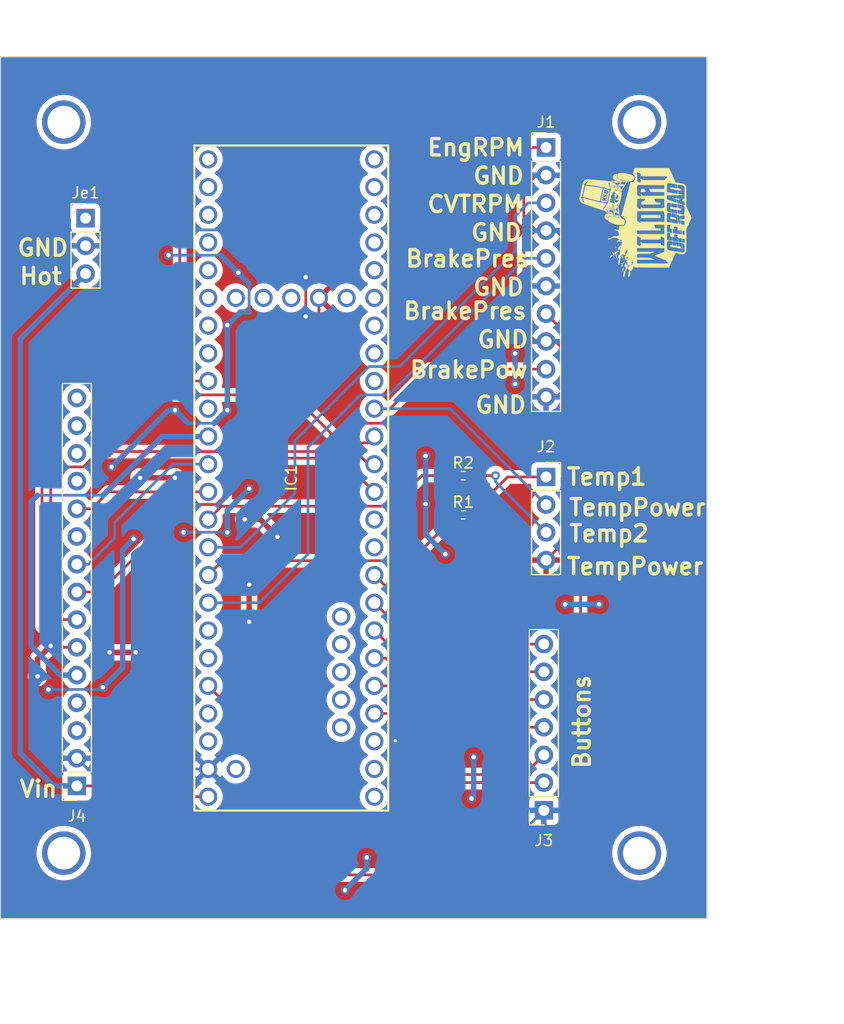
<source format=kicad_pcb>
(kicad_pcb (version 20221018) (generator pcbnew)
  (layers (0 "F.Cu" signal "Top signal") (31 "B.Cu" signal "Bottom signal") (34 "B.Paste" user) (35 "F.Paste" user) (36 "B.SilkS" user "B.Silkscreen") (37 "F.SilkS" user "F.Silkscreen") (38 "B.Mask" user) (39 "F.Mask" user) (44 "Edge.Cuts" user))
  (net 0 "")
  (net 2 "Button 1")
  (net 3 "Button 2")
  (net 4 "Button 3")
  (net 5 "Button 4")
  (net 6 "Button 5")
  (net 7 "Button 6")
  (net 10 "Thermistor 2")
  (net 11 "White (CVT RPM)")
  (net 12 "Thermistor 1")
  (net 13 "LT Blue (signal brake pressure)")
  (net 16 "Brown (signal Brake pressure)")
  (net 35 "Yellow (Engine RPM)")
  (net 36 "Red (Power brake sensor)")
  (net 38 "Thermistor 2 3.3v")
  (net 46 "Power In")
  (net 51 "GND")
  (net 52 "Net-(J2-Pin_1)")
  (net 53 "Net-(J2-Pin_3)")
  (net 61 "CS")
  (net 62 "MOSI")
  (net 63 "MISO")
  (net 64 "SCK")
  (net 65 "D14")
  (net 66 "D15")
  (footprint "LOGO" (layer "F.Cu") (at 149.2 73.4 90)
    (fp_text reference "" (at 0 0 90) (layer "F.SilkS") (effects (font (size 1.5 1.5) (thickness 0.3))))
    (fp_text value "LOGO" hide)
  )
  (footprint "Connector_PinSocket_2.54mm:PinSocket_1x07_P2.54mm_Vertical" (layer "F.Cu") (at 140.83875 127.28 180)
    (fp_text reference "J3" (at 0 -2.77 180) (layer "F.SilkS"))
    (fp_text value "Buttons screw terminal")
    (pad "1" thru_hole rect (at 0 0 180) (size 1.7 1.7) (drill 1) (layers "*.Cu" "*.Mask") (net 51 "GND"))
    (pad "2" thru_hole oval (at 0 2.54 180) (size 1.7 1.7) (drill 1) (layers "*.Cu" "*.Mask") (net 2 "Button 1"))
    (pad "3" thru_hole oval (at 0 5.08 180) (size 1.7 1.7) (drill 1) (layers "*.Cu" "*.Mask") (net 3 "Button 2"))
    (pad "4" thru_hole oval (at 0 7.62 180) (size 1.7 1.7) (drill 1) (layers "*.Cu" "*.Mask") (net 4 "Button 3"))
    (pad "5" thru_hole oval (at 0 10.16 180) (size 1.7 1.7) (drill 1) (layers "*.Cu" "*.Mask") (net 5 "Button 4"))
    (pad "6" thru_hole oval (at 0 12.7 180) (size 1.7 1.7) (drill 1) (layers "*.Cu" "*.Mask") (net 6 "Button 5"))
    (pad "7" thru_hole oval (at 0 15.24 180) (size 1.7 1.7) (drill 1) (layers "*.Cu" "*.Mask") (net 7 "Button 6"))
  )
  (footprint "Connector_PinSocket_2.54mm:PinSocket_1x15_P2.54mm_Vertical" (layer "F.Cu") (at 98 125.04 180)
    (fp_text reference "J4" (at 0 -2.77) (layer "F.SilkS"))
    (fp_text value "Conn_01x15")
    (pad "1" thru_hole rect (at 0 0 180) (size 1.7 1.7) (drill 1) (layers "*.Cu" "*.Mask") (net 46 "Power In"))
    (pad "2" thru_hole oval (at 0 2.54 180) (size 1.7 1.7) (drill 1) (layers "*.Cu" "*.Mask") (net 51 "GND"))
    (pad "3" thru_hole oval (at 0 5.08 180) (size 1.7 1.7) (drill 1) (layers "*.Cu" "*.Mask"))
    (pad "4" thru_hole oval (at 0 7.62 180) (size 1.7 1.7) (drill 1) (layers "*.Cu" "*.Mask"))
    (pad "5" thru_hole oval (at 0 10.16 180) (size 1.7 1.7) (drill 1) (layers "*.Cu" "*.Mask") (net 64 "SCK"))
    (pad "6" thru_hole oval (at 0 12.7 180) (size 1.7 1.7) (drill 1) (layers "*.Cu" "*.Mask") (net 63 "MISO"))
    (pad "7" thru_hole oval (at 0 15.24 180) (size 1.7 1.7) (drill 1) (layers "*.Cu" "*.Mask") (net 62 "MOSI"))
    (pad "8" thru_hole oval (at 0 17.78 180) (size 1.7 1.7) (drill 1) (layers "*.Cu" "*.Mask") (net 61 "CS"))
    (pad "9" thru_hole oval (at 0 20.32 180) (size 1.7 1.7) (drill 1) (layers "*.Cu" "*.Mask") (net 65 "D14"))
    (pad "10" thru_hole oval (at 0 22.86 180) (size 1.7 1.7) (drill 1) (layers "*.Cu" "*.Mask"))
    (pad "11" thru_hole oval (at 0 25.4 180) (size 1.7 1.7) (drill 1) (layers "*.Cu" "*.Mask") (net 66 "D15"))
    (pad "12" thru_hole oval (at 0 27.94 180) (size 1.7 1.7) (drill 1) (layers "*.Cu" "*.Mask"))
    (pad "13" thru_hole oval (at 0 30.48 180) (size 1.7 1.7) (drill 1) (layers "*.Cu" "*.Mask"))
    (pad "14" thru_hole oval (at 0 33.02 180) (size 1.7 1.7) (drill 1) (layers "*.Cu" "*.Mask"))
    (pad "15" thru_hole oval (at 0 35.56 180) (size 1.7 1.7) (drill 1) (layers "*.Cu" "*.Mask"))
  )
  (footprint "PARTS FOR DAQ:R_0402_1005Metric_Pad0.72x0.64mm_HandSolder" (layer "F.Cu") (at 133.43875 100.2)
    (fp_text reference "R1" (at 0 -1.17) (layer "F.SilkS"))
    (fp_text value "2.74k")
    (pad "1" smd roundrect (at -0.5975 0) (size 0.715 0.64) (layers "F.Cu" "F.Paste" "F.Mask") (net 12 "Thermistor 1"))
    (pad "2" smd roundrect (at 0.5975 0) (size 0.715 0.64) (layers "F.Cu" "F.Paste" "F.Mask") (net 52 "Net-(J2-Pin_1)"))
  )
  (footprint "Connector_PinHeader_2.54mm:PinHeader_1x10_P2.54mm_Vertical" (layer "F.Cu") (at 141.03875 66.52)
    (fp_text reference "J1" (at 0 -2.33) (layer "F.SilkS"))
    (fp_text value "Screw_Terminal_01x10")
    (pad "1" thru_hole rect (at 0 0) (size 1.7 1.7) (drill 1) (layers "*.Cu" "*.Mask") (net 35 "Yellow (Engine RPM)"))
    (pad "2" thru_hole oval (at 0 2.54) (size 1.7 1.7) (drill 1) (layers "*.Cu" "*.Mask") (net 51 "GND"))
    (pad "3" thru_hole oval (at 0 5.08) (size 1.7 1.7) (drill 1) (layers "*.Cu" "*.Mask") (net 11 "White (CVT RPM)"))
    (pad "4" thru_hole oval (at 0 7.62) (size 1.7 1.7) (drill 1) (layers "*.Cu" "*.Mask") (net 51 "GND"))
    (pad "5" thru_hole oval (at 0 10.16) (size 1.7 1.7) (drill 1) (layers "*.Cu" "*.Mask") (net 13 "LT Blue (signal brake pressure)"))
    (pad "6" thru_hole oval (at 0 12.7) (size 1.7 1.7) (drill 1) (layers "*.Cu" "*.Mask") (net 51 "GND"))
    (pad "7" thru_hole oval (at 0 15.24) (size 1.7 1.7) (drill 1) (layers "*.Cu" "*.Mask") (net 16 "Brown (signal Brake pressure)"))
    (pad "8" thru_hole oval (at 0 17.78) (size 1.7 1.7) (drill 1) (layers "*.Cu" "*.Mask") (net 51 "GND"))
    (pad "9" thru_hole oval (at 0 20.32) (size 1.7 1.7) (drill 1) (layers "*.Cu" "*.Mask") (net 36 "Red (Power brake sensor)"))
    (pad "10" thru_hole oval (at 0 22.86) (size 1.7 1.7) (drill 1) (layers "*.Cu" "*.Mask") (net 51 "GND"))
  )
  (footprint "Connector_PinSocket_2.54mm:PinSocket_1x04_P2.54mm_Vertical" (layer "F.Cu") (at 141.03875 96.72)
    (fp_text reference "J2" (at 0 -2.77) (layer "F.SilkS"))
    (fp_text value "Thermistor screw terminal")
    (pad "1" thru_hole rect (at 0 0) (size 1.7 1.7) (drill 1) (layers "*.Cu" "*.Mask") (net 52 "Net-(J2-Pin_1)"))
    (pad "2" thru_hole oval (at 0 2.54) (size 1.7 1.7) (drill 1) (layers "*.Cu" "*.Mask") (net 36 "Red (Power brake sensor)"))
    (pad "3" thru_hole oval (at 0 5.08) (size 1.7 1.7) (drill 1) (layers "*.Cu" "*.Mask") (net 53 "Net-(J2-Pin_3)"))
    (pad "4" thru_hole oval (at 0 7.62) (size 1.7 1.7) (drill 1) (layers "*.Cu" "*.Mask") (net 38 "Thermistor 2 3.3v"))
  )
  (footprint "PARTS FOR DAQ:R_0402_1005Metric_Pad0.72x0.64mm_HandSolder" (layer "F.Cu") (at 133.43875 96.6)
    (fp_text reference "R2" (at 0 -1.17) (layer "F.SilkS"))
    (fp_text value "2.74k")
    (pad "1" smd roundrect (at -0.5975 0) (size 0.715 0.64) (layers "F.Cu" "F.Paste" "F.Mask") (net 10 "Thermistor 2"))
    (pad "2" smd roundrect (at 0.5975 0) (size 0.715 0.64) (layers "F.Cu" "F.Paste" "F.Mask") (net 53 "Net-(J2-Pin_3)"))
  )
  (footprint "Connector_PinHeader_2.54mm:PinHeader_1x03_P2.54mm_Vertical" (layer "F.Cu") (at 98.8 73)
    (fp_text reference "Je1" (at 0 -2.33) (layer "F.SilkS"))
    (fp_text value "Conn_01x03_Pin")
    (pad "1" thru_hole rect (at 0 0) (size 1.7 1.7) (drill 1) (layers "*.Cu" "*.Mask"))
    (pad "2" thru_hole oval (at 0 2.54) (size 1.7 1.7) (drill 1) (layers "*.Cu" "*.Mask") (net 51 "GND"))
    (pad "3" thru_hole oval (at 0 5.08) (size 1.7 1.7) (drill 1) (layers "*.Cu" "*.Mask") (net 46 "Power In"))
  )
  (footprint "PARTS FOR DAQ:TEENSY41" (layer "F.Cu") (at 125.28875 120.95 90)
    (fp_text reference "IC1" (at 24.13 -7.62 90) (layer "F.SilkS"))
    (fp_text value "TEENSY_4.1")
    (pad "1" thru_hole circle (at 0 0 90) (size 1.665 1.665) (drill 1.11) (layers "*.Cu" "*.Mask"))
    (pad "2" thru_hole circle (at 2.54 0 90) (size 1.665 1.665) (drill 1.11) (layers "*.Cu" "*.Mask") (net 2 "Button 1"))
    (pad "3" thru_hole circle (at 5.08 0 90) (size 1.665 1.665) (drill 1.11) (layers "*.Cu" "*.Mask") (net 3 "Button 2"))
    (pad "4" thru_hole circle (at 7.62 0 90) (size 1.665 1.665) (drill 1.11) (layers "*.Cu" "*.Mask") (net 4 "Button 3"))
    (pad "5" thru_hole circle (at 10.16 0 90) (size 1.665 1.665) (drill 1.11) (layers "*.Cu" "*.Mask") (net 5 "Button 4"))
    (pad "6" thru_hole circle (at 12.7 0 90) (size 1.665 1.665) (drill 1.11) (layers "*.Cu" "*.Mask") (net 6 "Button 5"))
    (pad "7" thru_hole circle (at 15.24 0 90) (size 1.665 1.665) (drill 1.11) (layers "*.Cu" "*.Mask") (net 7 "Button 6"))
    (pad "8" thru_hole circle (at 17.78 0 90) (size 1.665 1.665) (drill 1.11) (layers "*.Cu" "*.Mask"))
    (pad "9" thru_hole circle (at 20.32 0 90) (size 1.665 1.665) (drill 1.11) (layers "*.Cu" "*.Mask"))
    (pad "10" thru_hole circle (at 22.86 0 90) (size 1.665 1.665) (drill 1.11) (layers "*.Cu" "*.Mask") (net 61 "CS"))
    (pad "11" thru_hole circle (at 25.4 0 90) (size 1.665 1.665) (drill 1.11) (layers "*.Cu" "*.Mask") (net 62 "MOSI"))
    (pad "12" thru_hole circle (at 27.94 0 90) (size 1.665 1.665) (drill 1.11) (layers "*.Cu" "*.Mask") (net 63 "MISO"))
    (pad "13" thru_hole circle (at 27.94 -15.24 90) (size 1.665 1.665) (drill 1.11) (layers "*.Cu" "*.Mask") (net 64 "SCK"))
    (pad "14" thru_hole circle (at 25.4 -15.24 90) (size 1.665 1.665) (drill 1.11) (layers "*.Cu" "*.Mask") (net 65 "D14"))
    (pad "15" thru_hole circle (at 22.86 -15.24 90) (size 1.665 1.665) (drill 1.11) (layers "*.Cu" "*.Mask") (net 66 "D15"))
    (pad "16" thru_hole circle (at 20.32 -15.24 90) (size 1.665 1.665) (drill 1.11) (layers "*.Cu" "*.Mask") (net 10 "Thermistor 2"))
    (pad "17" thru_hole circle (at 17.78 -15.24 90) (size 1.665 1.665) (drill 1.11) (layers "*.Cu" "*.Mask") (net 11 "White (CVT RPM)"))
    (pad "18" thru_hole circle (at 15.24 -15.24 90) (size 1.665 1.665) (drill 1.11) (layers "*.Cu" "*.Mask") (net 12 "Thermistor 1"))
    (pad "19" thru_hole circle (at 12.7 -15.24 90) (size 1.665 1.665) (drill 1.11) (layers "*.Cu" "*.Mask") (net 13 "LT Blue (signal brake pressure)"))
    (pad "20" thru_hole circle (at 10.16 -15.24 90) (size 1.665 1.665) (drill 1.11) (layers "*.Cu" "*.Mask"))
    (pad "21" thru_hole circle (at 7.62 -15.24 90) (size 1.665 1.665) (drill 1.11) (layers "*.Cu" "*.Mask"))
    (pad "22" thru_hole circle (at 5.08 -15.24 90) (size 1.665 1.665) (drill 1.11) (layers "*.Cu" "*.Mask") (net 16 "Brown (signal Brake pressure)"))
    (pad "23" thru_hole circle (at 2.54 -15.24 90) (size 1.665 1.665) (drill 1.11) (layers "*.Cu" "*.Mask"))
    (pad "24" thru_hole circle (at 33.02 0 90) (size 1.665 1.665) (drill 1.11) (layers "*.Cu" "*.Mask"))
    (pad "25" thru_hole circle (at 35.56 0 90) (size 1.665 1.665) (drill 1.11) (layers "*.Cu" "*.Mask"))
    (pad "26" thru_hole circle (at 38.1 0 90) (size 1.665 1.665) (drill 1.11) (layers "*.Cu" "*.Mask"))
    (pad "27" thru_hole circle (at 40.64 0 90) (size 1.665 1.665) (drill 1.11) (layers "*.Cu" "*.Mask"))
    (pad "28" thru_hole circle (at 43.18 0 90) (size 1.665 1.665) (drill 1.11) (layers "*.Cu" "*.Mask"))
    (pad "29" thru_hole circle (at 45.72 0 90) (size 1.665 1.665) (drill 1.11) (layers "*.Cu" "*.Mask"))
    (pad "30" thru_hole circle (at 48.26 0 90) (size 1.665 1.665) (drill 1.11) (layers "*.Cu" "*.Mask"))
    (pad "31" thru_hole circle (at 50.8 0 90) (size 1.665 1.665) (drill 1.11) (layers "*.Cu" "*.Mask"))
    (pad "32" thru_hole circle (at 53.34 0 90) (size 1.665 1.665) (drill 1.11) (layers "*.Cu" "*.Mask"))
    (pad "33" thru_hole circle (at 53.34 -15.24 90) (size 1.665 1.665) (drill 1.11) (layers "*.Cu" "*.Mask"))
    (pad "34" thru_hole circle (at 50.8 -15.24 90) (size 1.665 1.665) (drill 1.11) (layers "*.Cu" "*.Mask"))
    (pad "35" thru_hole circle (at 48.26 -15.24 90) (size 1.665 1.665) (drill 1.11) (layers "*.Cu" "*.Mask"))
    (pad "36" thru_hole circle (at 45.72 -15.24 90) (size 1.665 1.665) (drill 1.11) (layers "*.Cu" "*.Mask"))
    (pad "37" thru_hole circle (at 43.18 -15.24 90) (size 1.665 1.665) (drill 1.11) (layers "*.Cu" "*.Mask"))
    (pad "38" thru_hole circle (at 40.64 -15.24 90) (size 1.665 1.665) (drill 1.11) (layers "*.Cu" "*.Mask"))
    (pad "39" thru_hole circle (at 38.1 -15.24 90) (size 1.665 1.665) (drill 1.11) (layers "*.Cu" "*.Mask"))
    (pad "40" thru_hole circle (at 35.56 -15.24 90) (size 1.665 1.665) (drill 1.11) (layers "*.Cu" "*.Mask"))
    (pad "41" thru_hole circle (at 33.02 -15.24 90) (size 1.665 1.665) (drill 1.11) (layers "*.Cu" "*.Mask") (net 35 "Yellow (Engine RPM)"))
    (pad "42" thru_hole circle (at 30.48 0 90) (size 1.665 1.665) (drill 1.11) (layers "*.Cu" "*.Mask") (net 36 "Red (Power brake sensor)"))
    (pad "43" thru_hole circle (at 40.64 -2.54 90) (size 1.665 1.665) (drill 1.11) (layers "*.Cu" "*.Mask"))
    (pad "44" thru_hole circle (at 40.64 -5.08 90) (size 1.665 1.665) (drill 1.11) (layers "*.Cu" "*.Mask") (net 38 "Thermistor 2 3.3v"))
    (pad "45" thru_hole circle (at 40.64 -7.62 90) (size 1.665 1.665) (drill 1.11) (layers "*.Cu" "*.Mask"))
    (pad "46" thru_hole circle (at 40.64 -10.16 90) (size 1.665 1.665) (drill 1.11) (layers "*.Cu" "*.Mask"))
    (pad "47" thru_hole circle (at 40.64 -12.7 90) (size 1.665 1.665) (drill 1.11) (layers "*.Cu" "*.Mask"))
    (pad "48" thru_hole circle (at 11.43 -3.05 90) (size 1.665 1.665) (drill 1.11) (layers "*.Cu" "*.Mask"))
    (pad "49" thru_hole circle (at 8.89 -3.05 90) (size 1.665 1.665) (drill 1.11) (layers "*.Cu" "*.Mask"))
    (pad "50" thru_hole circle (at 6.35 -3.05 90) (size 1.665 1.665) (drill 1.11) (layers "*.Cu" "*.Mask"))
    (pad "51" thru_hole circle (at 3.81 -3.05 90) (size 1.665 1.665) (drill 1.11) (layers "*.Cu" "*.Mask"))
    (pad "52" thru_hole circle (at 1.27 -3.05 90) (size 1.665 1.665) (drill 1.11) (layers "*.Cu" "*.Mask"))
    (pad "53" thru_hole circle (at 0 -15.24 90) (size 1.665 1.665) (drill 1.11) (layers "*.Cu" "*.Mask"))
    (pad "55" thru_hole circle (at -5.08 -15.24 90) (size 1.665 1.665) (drill 1.11) (layers "*.Cu" "*.Mask") (net 46 "Power In"))
    (pad "57" thru_hole circle (at -2.54 0 90) (size 1.665 1.665) (drill 1.11) (layers "*.Cu" "*.Mask"))
    (pad "68" thru_hole circle (at -2.54 -12.7 90) (size 1.665 1.665) (drill 1.11) (layers "*.Cu" "*.Mask"))
    (pad "69" thru_hole circle (at 30.48 -15.24 90) (size 1.665 1.665) (drill 1.11) (layers "*.Cu" "*.Mask"))
    (pad "70" thru_hole circle (at -2.54 -15.24 90) (size 1.665 1.665) (drill 1.11) (layers "*.Cu" "*.Mask") (net 51 "GND"))
    (pad "71" thru_hole circle (at -5.08 0 90) (size 1.665 1.665) (drill 1.11) (layers "*.Cu" "*.Mask"))
  )
  (gr_line (start 155.8 58.2) (end 155.8 137.2) (stroke (width 0.1)) (layer "Edge.Cuts"))
  (gr_line (start 155.8 137.2) (end 91 137.2) (stroke (width 0.1)) (layer "Edge.Cuts"))
  (gr_line (start 91 137.2) (end 91 58.2) (stroke (width 0.1)) (layer "Edge.Cuts"))
  (gr_line (start 91 58.2) (end 155.8 58.2) (stroke (width 0.1)) (layer "Edge.Cuts"))
  (gr_text "EngRPM\n" (at 130 67.4) (layer "F.SilkS") (effects (font (size 1.5 1.5) (thickness 0.3) bold) (justify left bottom)))
  (gr_text "Vin" (at 92.6 126.2) (layer "F.SilkS") (effects (font (size 1.5 1.5) (thickness 0.3) bold) (justify left bottom)))
  (gr_text "Temp2\n\n" (at 143 105.2) (layer "F.SilkS") (effects (font (size 1.5 1.5) (thickness 0.3) bold) (justify left bottom)))
  (gr_text "GND" (at 134.4 91) (layer "F.SilkS") (effects (font (size 1.5 1.5) (thickness 0.3) bold) (justify left bottom)))
  (gr_text "GND" (at 134.6 85) (layer "F.SilkS") (effects (font (size 1.5 1.5) (thickness 0.3) bold) (justify left bottom)))
  (gr_text "GND" (at 134.2 80.2) (layer "F.SilkS") (effects (font (size 1.5 1.5) (thickness 0.3) bold) (justify left bottom)))
  (gr_text "Hot\n" (at 92.6 79.2) (layer "F.SilkS") (effects (font (size 1.5 1.5) (thickness 0.3) bold) (justify left bottom)))
  (gr_text "GND" (at 134.2 70) (layer "F.SilkS") (effects (font (size 1.5 1.5) (thickness 0.3) bold) (justify left bottom)))
  (gr_text "Temp1\n\n" (at 142.8 100) (layer "F.SilkS") (effects (font (size 1.5 1.5) (thickness 0.3) bold) (justify left bottom)))
  (gr_text "BrakePow\n\n\n" (at 128.4 92.6) (layer "F.SilkS") (effects (font (size 1.5 1.5) (thickness 0.3) bold) (justify left bottom)))
  (gr_text "Buttons\n" (at 145.2 123.6 90) (layer "F.SilkS") (effects (font (size 1.5 1.5) (thickness 0.3) bold) (justify left bottom)))
  (gr_text "BrakePres\n\n" (at 127.8 84.8) (layer "F.SilkS") (effects (font (size 1.5 1.5) (thickness 0.3) bold) (justify left bottom)))
  (gr_text "TempPower\n" (at 143 100.4) (layer "F.SilkS") (effects (font (size 1.5 1.5) (thickness 0.3) bold) (justify left bottom)))
  (gr_text "GND" (at 92.4 76.6) (layer "F.SilkS") (effects (font (size 1.5 1.5) (thickness 0.3) bold) (justify left bottom)))
  (gr_text "BrakePres\n\n" (at 128 80) (layer "F.SilkS") (effects (font (size 1.5 1.5) (thickness 0.3) bold) (justify left bottom)))
  (gr_text "GND" (at 134 75.2) (layer "F.SilkS") (effects (font (size 1.5 1.5) (thickness 0.3) bold) (justify left bottom)))
  (gr_text "TempPower\n" (at 142.8 105.8) (layer "F.SilkS") (effects (font (size 1.5 1.5) (thickness 0.3) bold) (justify left bottom)))
  (gr_text "CVTRPM\n" (at 130 72.6) (layer "F.SilkS") (effects (font (size 1.5 1.5) (thickness 0.3) bold) (justify left bottom)))
  (via (at 149.6 131.2) (size 4) (drill 3) (layers "F.Cu" "B.Cu") (net 0))
  (via (at 149.6 64.2) (size 4) (drill 3) (layers "F.Cu" "B.Cu") (net 0))
  (via (at 96.8 64.2) (size 4) (drill 3) (layers "F.Cu" "B.Cu") (net 0))
  (via (at 96.8 131.2) (size 4) (drill 3) (layers "F.Cu" "B.Cu") (net 0))
  (segment (start 132.903604 124.74) (end 127.95 119.786396) (width 0.25) (layer "F.Cu") (net 2))
  (segment (start 127.21 118.41) (end 125.28875 118.41) (width 0.25) (layer "F.Cu") (net 2))
  (segment (start 127.95 119.15) (end 127.21 118.41) (width 0.25) (layer "F.Cu") (net 2))
  (segment (start 127.95 119.786396) (end 127.95 119.15) (width 0.25) (layer "F.Cu") (net 2))
  (segment (start 140.83875 124.74) (end 132.903604 124.74) (width 0.25) (layer "F.Cu") (net 2))
  (segment (start 139.03875 124) (end 132.8 124) (width 0.25) (layer "F.Cu") (net 3))
  (segment (start 140.83875 122.2) (end 139.03875 124) (width 0.25) (layer "F.Cu") (net 3))
  (segment (start 127.27 115.87) (end 125.28875 115.87) (width 0.25) (layer "F.Cu") (net 3))
  (segment (start 132.8 124) (end 128.4 119.6) (width 0.25) (layer "F.Cu") (net 3))
  (segment (start 128.4 119.6) (end 128.4 117) (width 0.25) (layer "F.Cu") (net 3))
  (segment (start 128.4 117) (end 127.27 115.87) (width 0.25) (layer "F.Cu") (net 3))
  (segment (start 140.83875 119.66) (end 139.46 119.66) (width 0.25) (layer "F.Cu") (net 4))
  (segment (start 139.46 119.66) (end 133.8 114) (width 0.25) (layer "F.Cu") (net 4))
  (segment (start 133.8 114) (end 127 114) (width 0.25) (layer "F.Cu") (net 4))
  (segment (start 127 114) (end 126.33 113.33) (width 0.25) (layer "F.Cu") (net 4))
  (segment (start 126.33 113.33) (end 125.28875 113.33) (width 0.25) (layer "F.Cu") (net 4))
  (segment (start 127.69875 113.2) (end 125.28875 110.79) (width 0.25) (layer "F.Cu") (net 5))
  (segment (start 135.2 113.2) (end 127.69875 113.2) (width 0.25) (layer "F.Cu") (net 5))
  (segment (start 139.12 117.12) (end 135.2 113.2) (width 0.25) (layer "F.Cu") (net 5))
  (segment (start 140.83875 117.12) (end 139.12 117.12) (width 0.25) (layer "F.Cu") (net 5))
  (segment (start 129.63875 112.6) (end 125.28875 108.25) (width 0.25) (layer "F.Cu") (net 6))
  (segment (start 138.38 114.58) (end 136.4 112.6) (width 0.25) (layer "F.Cu") (net 6))
  (segment (start 140.83875 114.58) (end 138.38 114.58) (width 0.25) (layer "F.Cu") (net 6))
  (segment (start 136.4 112.6) (end 129.63875 112.6) (width 0.25) (layer "F.Cu") (net 6))
  (segment (start 131.61875 112.04) (end 125.28875 105.71) (width 0.25) (layer "F.Cu") (net 7))
  (segment (start 140.83875 112.04) (end 131.61875 112.04) (width 0.25) (layer "F.Cu") (net 7))
  (segment (start 126.83875 99.4) (end 111.27875 99.4) (width 0.25) (layer "F.Cu") (net 10))
  (segment (start 111.27875 99.4) (end 110.04875 100.63) (width 0.25) (layer "F.Cu") (net 10))
  (segment (start 132.84125 96.6) (end 129.63875 96.6) (width 0.25) (layer "F.Cu") (net 10))
  (segment (start 129.63875 96.6) (end 126.83875 99.4) (width 0.25) (layer "F.Cu") (net 10))
  (segment (start 124.8 86.6) (end 118 93.4) (width 0.25) (layer "B.Cu") (net 11))
  (segment (start 139.4 71.6) (end 138.2 72.8) (width 0.25) (layer "B.Cu") (net 11))
  (segment (start 113.03 103.17) (end 110.04875 103.17) (width 0.25) (layer "B.Cu") (net 11))
  (segment (start 127.6 86.6) (end 124.8 86.6) (width 0.25) (layer "B.Cu") (net 11))
  (segment (start 118 93.4) (end 118 98.2) (width 0.25) (layer "B.Cu") (net 11))
  (segment (start 138.2 76) (end 127.6 86.6) (width 0.25) (layer "B.Cu") (net 11))
  (segment (start 138.2 72.8) (end 138.2 76) (width 0.25) (layer "B.Cu") (net 11))
  (segment (start 141.03875 71.6) (end 139.4 71.6) (width 0.25) (layer "B.Cu") (net 11))
  (segment (start 118 98.2) (end 113.03 103.17) (width 0.25) (layer "B.Cu") (net 11))
  (segment (start 132.84125 100.2) (end 128.64125 104.4) (width 0.25) (layer "F.Cu") (net 12))
  (segment (start 128.64125 104.4) (end 111.35875 104.4) (width 0.25) (layer "F.Cu") (net 12))
  (segment (start 111.35875 104.4) (end 110.04875 105.71) (width 0.25) (layer "F.Cu") (net 12))
  (segment (start 119.2 103.8) (end 114.75 108.25) (width 0.25) (layer "B.Cu") (net 13))
  (segment (start 124 89.2) (end 119.2 94) (width 0.25) (layer "B.Cu") (net 13))
  (segment (start 119.2 94) (end 119.2 103.8) (width 0.25) (layer "B.Cu") (net 13))
  (segment (start 139.12 76.68) (end 126.6 89.2) (width 0.25) (layer "B.Cu") (net 13))
  (segment (start 114.75 108.25) (end 110.04875 108.25) (width 0.25) (layer "B.Cu") (net 13))
  (segment (start 141.03875 76.68) (end 139.12 76.68) (width 0.25) (layer "B.Cu") (net 13))
  (segment (start 126.6 89.2) (end 124 89.2) (width 0.25) (layer "B.Cu") (net 13))
  (segment (start 123.97875 129.8) (end 110.04875 115.87) (width 0.25) (layer "F.Cu") (net 16))
  (segment (start 144.2 128.4) (end 142.8 129.8) (width 0.25) (layer "F.Cu") (net 16))
  (segment (start 142.8 129.8) (end 123.97875 129.8) (width 0.25) (layer "F.Cu") (net 16))
  (segment (start 144.2 84.92125) (end 144.2 128.4) (width 0.25) (layer "F.Cu") (net 16))
  (segment (start 141.03875 81.76) (end 144.2 84.92125) (width 0.25) (layer "F.Cu") (net 16))
  (segment (start 141.03875 66.52) (end 137.35875 66.52) (width 0.25) (layer "F.Cu") (net 35))
  (segment (start 134.43875 63.6) (end 109.63875 63.6) (width 0.25) (layer "F.Cu") (net 35))
  (segment (start 107.43875 65.8) (end 107.43875 86.83875) (width 0.25) (layer "F.Cu") (net 35))
  (segment (start 107.43875 86.83875) (end 108.53 87.93) (width 0.25) (layer "F.Cu") (net 35))
  (segment (start 109.63875 63.6) (end 107.43875 65.8) (width 0.25) (layer "F.Cu") (net 35))
  (segment (start 137.35875 66.52) (end 134.43875 63.6) (width 0.25) (layer "F.Cu") (net 35))
  (segment (start 108.53 87.93) (end 110.04875 87.93) (width 0.25) (layer "F.Cu") (net 35))
  (segment (start 130.36 86.84) (end 126.73 90.47) (width 0.25) (layer "F.Cu") (net 36))
  (segment (start 141.03875 86.84) (end 130.36 86.84) (width 0.25) (layer "F.Cu") (net 36))
  (segment (start 126.73 90.47) (end 125.28875 90.47) (width 0.25) (layer "F.Cu") (net 36))
  (segment (start 132.24875 90.47) (end 141.03875 99.26) (width 0.25) (layer "B.Cu") (net 36))
  (segment (start 125.28875 90.47) (end 132.24875 90.47) (width 0.25) (layer "B.Cu") (net 36))
  (segment (start 123.6 85.2) (end 123.6 90.8) (width 0.25) (layer "F.Cu") (net 38))
  (segment (start 143 94.2) (end 143 102.37875) (width 0.25) (layer "F.Cu") (net 38))
  (segment (start 120.20875 80.31) (end 120.20875 81.80875) (width 0.25) (layer "F.Cu") (net 38))
  (segment (start 143 102.37875) (end 141.03875 104.34) (width 0.25) (layer "F.Cu") (net 38))
  (segment (start 141.4 92.6) (end 143 94.2) (width 0.25) (layer "F.Cu") (net 38))
  (segment (start 124.6 91.8) (end 126.8 91.8) (width 0.25) (layer "F.Cu") (net 38))
  (segment (start 126.8 91.8) (end 127.6 92.6) (width 0.25) (layer "F.Cu") (net 38))
  (segment (start 127.6 92.6) (end 141.4 92.6) (width 0.25) (layer "F.Cu") (net 38))
  (segment (start 123.6 90.8) (end 124.6 91.8) (width 0.25) (layer "F.Cu") (net 38))
  (segment (start 120.20875 81.80875) (end 123.6 85.2) (width 0.25) (layer "F.Cu") (net 38))
  (via blind (at 131.8 103.8) (size 0.8) (drill 0.4) (layers "F.Cu" "B.Cu") (net 38))
  (via blind (at 124.6 131.6) (size 0.8) (drill 0.4) (layers "F.Cu" "B.Cu") (net 38))
  (via blind (at 106.4 76.4) (size 0.8) (drill 0.4) (layers "F.Cu" "B.Cu") (net 38))
  (via blind (at 107 90.6) (size 0.8) (drill 0.4) (layers "F.Cu" "B.Cu") (net 38))
  (via blind (at 130 99.2) (size 0.8) (drill 0.4) (layers "F.Cu" "B.Cu") (net 38))
  (via blind (at 95.4 116.2) (size 0.8) (drill 0.4) (layers "F.Cu" "B.Cu") (net 38))
  (via blind (at 130 94.8) (size 0.8) (drill 0.4) (layers "F.Cu" "B.Cu") (net 38))
  (via blind (at 134.4 122.4) (size 0.8) (drill 0.4) (layers "F.Cu" "B.Cu") (net 38))
  (via blind (at 142.8 108.4) (size 0.8) (drill 0.4) (layers "F.Cu" "B.Cu") (net 38))
  (via blind (at 107.8 101.8) (size 0.8) (drill 0.4) (layers "F.Cu" "B.Cu") (net 38))
  (via blind (at 101.2 95.8) (size 0.8) (drill 0.4) (layers "F.Cu" "B.Cu") (net 38))
  (via blind (at 112.8 78) (size 0.8) (drill 0.4) (layers "F.Cu" "B.Cu") (net 38))
  (via blind (at 145.903671 108.39475) (size 0.8) (drill 0.4) (layers "F.Cu" "B.Cu") (net 38))
  (via blind (at 138.2 88.2) (size 0.8) (drill 0.4) (layers "F.Cu" "B.Cu") (net 38))
  (via blind (at 111.8 82.8) (size 0.8) (drill 0.4) (layers "F.Cu" "B.Cu") (net 38))
  (via blind (at 111.8 90.6) (size 0.8) (drill 0.4) (layers "F.Cu" "B.Cu") (net 38))
  (via blind (at 138.2 85.4) (size 0.8) (drill 0.4) (layers "F.Cu" "B.Cu") (net 38))
  (via blind (at 100.4 116) (size 0.8) (drill 0.4) (layers "F.Cu" "B.Cu") (net 38))
  (via blind (at 111.8 101.8) (size 0.8) (drill 0.4) (layers "F.Cu" "B.Cu") (net 38))
  (via blind (at 134.2 126.2) (size 0.8) (drill 0.4) (layers "F.Cu" "B.Cu") (net 38))
  (via blind (at 113.8 97.8) (size 0.8) (drill 0.4) (layers "F.Cu" "B.Cu") (net 38))
  (via blind (at 103.2 102.4) (size 0.8) (drill 0.4) (layers "F.Cu" "B.Cu") (net 38))
  (via blind (at 122.6 134.6) (size 0.8) (drill 0.4) (layers "F.Cu" "B.Cu") (net 38))
  (segment (start 130 102) (end 131.8 103.8) (width 0.5) (layer "B.Cu") (net 38))
  (segment (start 145.903671 108.39475) (end 142.80525 108.39475) (width 0.5) (layer "B.Cu") (net 38))
  (segment (start 111.8 82.8) (end 111.8 90.6) (width 0.5) (layer "B.Cu") (net 38))
  (segment (start 111.8 101.8) (end 111.8 99.8) (width 0.5) (layer "B.Cu") (net 38))
  (segment (start 111.8 82.8) (end 113 81.6) (width 0.5) (layer "B.Cu") (net 38))
  (segment (start 134.4 126) (end 134.2 126.2) (width 0.25) (layer "B.Cu") (net 38))
  (segment (start 124.6 131.6) (end 124.6 132.6) (width 0.5) (layer "B.Cu") (net 38))
  (segment (start 100.2 116.2) (end 95.4 116.2) (width 0.25) (layer "B.Cu") (net 38))
  (segment (start 107.8125 101.7875) (end 107.8 101.8) (width 0.25) (layer "B.Cu") (net 38))
  (segment (start 102.2 114.2) (end 102.2 103.4) (width 0.5) (layer "B.Cu") (net 38))
  (segment (start 124.6 132.6) (end 122.6 134.6) (width 0.5) (layer "B.Cu") (net 38))
  (segment (start 110.6 91.8) (end 108.2 91.8) (width 0.25) (layer "B.Cu") (net 38))
  (segment (start 111.7875 101.7875) (end 107.8125 101.7875) (width 0.25) (layer "B.Cu") (net 38))
  (segment (start 108.2 91.8) (end 107 90.6) (width 0.5) (layer "B.Cu") (net 38))
  (segment (start 142.80525 108.39475) (end 142.8 108.4) (width 0.25) (layer "B.Cu") (net 38))
  (segment (start 130 99.2) (end 130 94.8) (width 0.5) (layer "B.Cu") (net 38))
  (segment (start 100.4 116) (end 100.2 116.2) (width 0.25) (layer "B.Cu") (net 38))
  (segment (start 111.8 90.6) (end 110.6 91.8) (width 0.5) (layer "B.Cu") (net 38))
  (segment (start 138.2 88.2) (end 138.2 85.4) (width 0.5) (layer "B.Cu") (net 38))
  (segment (start 101.2 95.8) (end 106.4 90.6) (width 0.5) (layer "B.Cu") (net 38))
  (segment (start 113 81.6) (end 113.8 81.6) (width 0.5) (layer "B.Cu") (net 38))
  (segment (start 100.4 116) (end 102.2 114.2) (width 0.5) (layer "B.Cu") (net 38))
  (segment (start 102.2 103.4) (end 103.2 102.4) (width 0.5) (layer "B.Cu") (net 38))
  (segment (start 111.2 76.4) (end 112.8 78) (width 0.5) (layer "B.Cu") (net 38))
  (segment (start 130 99.2) (end 130 102) (width 0.5) (layer "B.Cu") (net 38))
  (segment (start 111.8 101.8) (end 111.7875 101.7875) (width 0.25) (layer "B.Cu") (net 38))
  (segment (start 106.4 90.6) (end 107 90.6) (width 0.5) (layer "B.Cu") (net 38))
  (segment (start 106.4 76.4) (end 111.2 76.4) (width 0.25) (layer "B.Cu") (net 38))
  (segment (start 111.8 99.8) (end 113.8 97.8) (width 0.5) (layer "B.Cu") (net 38))
  (segment (start 113.8 81.6) (end 113.8 79) (width 0.25) (layer "B.Cu") (net 38))
  (segment (start 134.4 122.4) (end 134.4 126) (width 0.5) (layer "B.Cu") (net 38))
  (segment (start 113.8 79) (end 112.8 78) (width 0.5) (layer "B.Cu") (net 38))
  (segment (start 104.43 126.03) (end 103.44 125.04) (width 0.25) (layer "F.Cu") (net 46))
  (segment (start 103.44 125.04) (end 98 125.04) (width 0.25) (layer "F.Cu") (net 46))
  (segment (start 110.04875 126.03) (end 104.43 126.03) (width 0.25) (layer "F.Cu") (net 46))
  (segment (start 98.8 78.08) (end 92.8 84.08) (width 0.5) (layer "B.Cu") (net 46))
  (segment (start 95.84 125.04) (end 98 125.04) (width 0.5) (layer "B.Cu") (net 46))
  (segment (start 92.8 122) (end 95.84 125.04) (width 0.5) (layer "B.Cu") (net 46))
  (segment (start 92.8 84.08) (end 92.8 122) (width 0.5) (layer "B.Cu") (net 46))
  (segment (start 140.06 74.14) (end 139 75.2) (width 0.25) (layer "F.Cu") (net 51))
  (segment (start 147.6 127.8) (end 142.2 133.2) (width 0.25) (layer "F.Cu") (net 51))
  (segment (start 141.03875 69.06) (end 140.14 69.06) (width 0.25) (layer "F.Cu") (net 51))
  (segment (start 139.62 79.22) (end 141.03875 79.22) (width 0.25) (layer "F.Cu") (net 51))
  (segment (start 142.02 89.38) (end 141.03875 89.38) (width 0.25) (layer "F.Cu") (net 51))
  (segment (start 139 73) (end 140.14 74.14) (width 0.25) (layer "F.Cu") (net 51))
  (segment (start 139 70.2) (end 139 73) (width 0.25) (layer "F.Cu") (net 51))
  (segment (start 147.6 79.8) (end 147.6 127.8) (width 0.25) (layer "F.Cu") (net 51))
  (segment (start 94.4 115) (end 94.4 113.4) (width 0.5) (layer "F.Cu") (net 51))
  (segment (start 139 75.2) (end 139 78.6) (width 0.25) (layer "F.Cu") (net 51))
  (segment (start 113.8 110) (end 113.8 106.6) (width 0.5) (layer "F.Cu") (net 51))
  (segment (start 141.94 74.14) (end 147.6 79.8) (width 0.25) (layer "F.Cu") (net 51))
  (segment (start 141.03875 74.14) (end 141.94 74.14) (width 0.25) (layer "F.Cu") (net 51))
  (segment (start 119 78.4) (end 119 82) (width 0.25) (layer "F.Cu") (net 51))
  (segment (start 110.09 123.49) (end 110.04875 123.49) (width 0.25) (layer "F.Cu") (net 51))
  (segment (start 139.78 79.22) (end 139 80) (width 0.25) (layer "F.Cu") (net 51))
  (segment (start 116.4 102.2) (end 114.8 100.6) (width 0.5) (layer "F.Cu") (net 51))
  (segment (start 139 83.2) (end 140.1 84.3) (width 0.25) (layer "F.Cu") (net 51))
  (segment (start 142.6 85) (end 142.6 88.8) (width 0.25) (layer "F.Cu") (net 51))
  (segment (start 141.9 84.3) (end 142.6 85) (width 0.25) (layer "F.Cu") (net 51))
  (segment (start 94.4 113.4) (end 95.6 112.2) (width 0.5) (layer "F.Cu") (net 51))
  (segment (start 141.03875 74.14) (end 140.06 74.14) (width 0.25) (layer "F.Cu") (net 51))
  (segment (start 139 78.6) (end 139.62 79.22) (width 0.25) (layer "F.Cu") (net 51))
  (segment (start 140.14 74.14) (end 141.03875 74.14) (width 0.25) (layer "F.Cu") (net 51))
  (segment (start 142.2 133.2) (end 119.8 133.2) (width 0.25) (layer "F.Cu") (net 51))
  (segment (start 114.8 100.6) (end 113.4 100.6) (width 0.5) (layer "F.Cu") (net 51))
  (segment (start 103.8 96.8) (end 107 96.8) (width 0.5) (layer "F.Cu") (net 51))
  (segment (start 119.8 133.2) (end 110.09 123.49) (width 0.25) (layer "F.Cu") (net 51))
  (segment (start 140.1 84.3) (end 141.03875 84.3) (width 0.25) (layer "F.Cu") (net 51))
  (segment (start 141.03875 79.22) (end 139.78 79.22) (width 0.25) (layer "F.Cu") (net 51))
  (segment (start 141.03875 84.3) (end 141.9 84.3) (width 0.25) (layer "F.Cu") (net 51))
  (segment (start 140.14 69.06) (end 139 70.2) (width 0.25) (layer "F.Cu") (net 51))
  (segment (start 101 112.8) (end 103.4 112.8) (width 0.5) (layer "F.Cu") (net 51))
  (segment (start 142.6 88.8) (end 142.02 89.38) (width 0.25) (layer "F.Cu") (net 51))
  (segment (start 139 80) (end 139 83.2) (width 0.25) (layer "F.Cu") (net 51))
  (via blind (at 113.8 110) (size 0.8) (drill 0.4) (layers "F.Cu" "B.Cu") (net 51))
  (via blind (at 103.8 96.8) (size 0.8) (drill 0.4) (layers "F.Cu" "B.Cu") (net 51))
  (via blind (at 95.6 112.2) (size 0.8) (drill 0.4) (layers "F.Cu" "B.Cu") (net 51))
  (via blind (at 103.4 112.8) (size 0.8) (drill 0.4) (layers "F.Cu" "B.Cu") (net 51))
  (via blind (at 94.4 115) (size 0.8) (drill 0.4) (layers "F.Cu" "B.Cu") (net 51))
  (via blind (at 113.8 106.6) (size 0.8) (drill 0.4) (layers "F.Cu" "B.Cu") (net 51))
  (via blind (at 113.4 100.6) (size 0.8) (drill 0.4) (layers "F.Cu" "B.Cu") (net 51))
  (via blind (at 119 78.4) (size 0.8) (drill 0.4) (layers "F.Cu" "B.Cu") (net 51))
  (via blind (at 116.4 102.2) (size 0.8) (drill 0.4) (layers "F.Cu" "B.Cu") (net 51))
  (via blind (at 119 82) (size 0.8) (drill 0.4) (layers "F.Cu" "B.Cu") (net 51))
  (via blind (at 107 96.8) (size 0.8) (drill 0.4) (layers "F.Cu" "B.Cu") (net 51))
  (via blind (at 101 112.8) (size 0.8) (drill 0.4) (layers "F.Cu" "B.Cu") (net 51))
  (segment (start 110.04875 123.49) (end 98.99 123.49) (width 0.25) (layer "B.Cu") (net 51))
  (segment (start 117.15875 130.6) (end 110.04875 123.49) (width 0.25) (layer "B.Cu") (net 51))
  (segment (start 140.83875 127.28) (end 137.51875 130.6) (width 0.25) (layer "B.Cu") (net 51))
  (segment (start 102.1275 74.0725) (end 114.6725 74.0725) (width 0.25) (layer "B.Cu") (net 51))
  (segment (start 100.66 75.54) (end 102.1275 74.0725) (width 0.25) (layer "B.Cu") (net 51))
  (segment (start 98.99 123.49) (end 98 122.5) (width 0.25) (layer "B.Cu") (net 51))
  (segment (start 114.6725 74.0725) (end 119 78.4) (width 0.25) (layer "B.Cu") (net 51))
  (segment (start 98.8 75.54) (end 100.66 75.54) (width 0.25) (layer "B.Cu") (net 51))
  (segment (start 137.51875 130.6) (end 117.15875 130.6) (width 0.25) (layer "B.Cu") (net 51))
  (segment (start 137.51625 96.72) (end 134.03625 100.2) (width 0.25) (layer "F.Cu") (net 52))
  (segment (start 141.03875 96.72) (end 137.51625 96.72) (width 0.25) (layer "F.Cu") (net 52))
  (segment (start 134.03625 96.6) (end 136.4 96.6) (width 0.25) (layer "F.Cu") (net 53))
  (via (at 136.4 96.6) (size 0.8) (drill 0.4) (layers "F.Cu" "B.Cu") (net 53))
  (segment (start 136.4 97.16125) (end 141.03875 101.8) (width 0.25) (layer "B.Cu") (net 53))
  (segment (start 136.4 96.6) (end 136.4 97.16125) (width 0.25) (layer "B.Cu") (net 53))
  (segment (start 110.794854 99.2475) (end 108.1525 99.2475) (width 0.25) (layer "F.Cu") (net 61))
  (segment (start 125.28875 98.09) (end 122.19875 95) (width 0.25) (layer "F.Cu") (net 61))
  (segment (start 111.6 98.442354) (end 110.794854 99.2475) (width 0.25) (layer "F.Cu") (net 61))
  (segment (start 100.14 107.26) (end 98 107.26) (width 0.25) (layer "F.Cu") (net 61))
  (segment (start 111.6 96) (end 111.6 98.442354) (width 0.25) (layer "F.Cu") (net 61))
  (segment (start 112.6 95) (end 111.6 96) (width 0.25) (layer "F.Cu") (net 61))
  (segment (start 108.1525 99.2475) (end 100.14 107.26) (width 0.25) (layer "F.Cu") (net 61))
  (segment (start 122.19875 95) (end 112.6 95) (width 0.25) (layer "F.Cu") (net 61))
  (segment (start 100.0075 94.3925) (end 98.6 95.8) (width 0.25) (layer "F.Cu") (net 62))
  (segment (start 125.28875 95.55) (end 124.75 95.55) (width 0.25) (layer "F.Cu") (net 62))
  (segment (start 98.6 95.8) (end 96.6 95.8) (width 0.25) (layer "F.Cu") (net 62))
  (segment (start 95.6 108.6) (end 96.8 109.8) (width 0.25) (layer "F.Cu") (net 62))
  (segment (start 96.8 109.8) (end 98 109.8) (width 0.25) (layer "F.Cu") (net 62))
  (segment (start 96.6 95.8) (end 95.6 96.8) (width 0.25) (layer "F.Cu") (net 62))
  (segment (start 123.5925 94.3925) (end 100.0075 94.3925) (width 0.25) (layer "F.Cu") (net 62))
  (segment (start 124.75 95.55) (end 123.5925 94.3925) (width 0.25) (layer "F.Cu") (net 62))
  (segment (start 95.6 96.8) (end 95.6 108.6) (width 0.25) (layer "F.Cu") (net 62))
  (segment (start 94.8 88) (end 94.8 110.4) (width 0.25) (layer "F.Cu") (net 63))
  (segment (start 125.28875 93.01) (end 124.69875 93.6) (width 0.25) (layer "F.Cu") (net 63))
  (segment (start 96.74 112.34) (end 98 112.34) (width 0.25) (layer "F.Cu") (net 63))
  (segment (start 104.6 86.8) (end 96 86.8) (width 0.25) (layer "F.Cu") (net 63))
  (segment (start 122.2 93.6) (end 117.8 89.2) (width 0.25) (layer "F.Cu") (net 63))
  (segment (start 96 86.8) (end 94.8 88) (width 0.25) (layer "F.Cu") (net 63))
  (segment (start 107 89.2) (end 104.6 86.8) (width 0.25) (layer "F.Cu") (net 63))
  (segment (start 96.325 111.899695) (end 96.325 111.925) (width 0.25) (layer "F.Cu") (net 63))
  (segment (start 94.8 110.4) (end 95.875 111.475) (width 0.25) (layer "F.Cu") (net 63))
  (segment (start 95.875 111.475) (end 95.900305 111.475) (width 0.25) (layer "F.Cu") (net 63))
  (segment (start 117.8 89.2) (end 107 89.2) (width 0.25) (layer "F.Cu") (net 63))
  (segment (start 95.900305 111.475) (end 96.325 111.899695) (width 0.25) (layer "F.Cu") (net 63))
  (segment (start 96.325 111.925) (end 96.74 112.34) (width 0.25) (layer "F.Cu") (net 63))
  (segment (start 124.69875 93.6) (end 122.2 93.6) (width 0.25) (layer "F.Cu") (net 63))
  (segment (start 93.8 112.2) (end 96.48 114.88) (width 0.5) (layer "B.Cu") (net 64))
  (segment (start 93.8 99) (end 93.8 112.2) (width 0.5) (layer "B.Cu") (net 64))
  (segment (start 96.48 114.88) (end 98 114.88) (width 0.5) (layer "B.Cu") (net 64))
  (segment (start 105.81 93.01) (end 100.42 98.4) (width 0.5) (layer "B.Cu") (net 64))
  (segment (start 94.4 98.4) (end 93.8 99) (width 0.5) (layer "B.Cu") (net 64))
  (segment (start 100.42 98.4) (end 94.4 98.4) (width 0.25) (layer "B.Cu") (net 64))
  (segment (start 110.04875 93.01) (end 105.81 93.01) (width 0.5) (layer "B.Cu") (net 64))
  (segment (start 101.475 100.899695) (end 101.475 102.325) (width 0.25) (layer "B.Cu") (net 65))
  (segment (start 110.04875 95.55) (end 106.824695 95.55) (width 0.25) (layer "B.Cu") (net 65))
  (segment (start 101.475 102.325) (end 99.08 104.72) (width 0.25) (layer "B.Cu") (net 65))
  (segment (start 106.824695 95.55) (end 101.475 100.899695) (width 0.25) (layer "B.Cu") (net 65))
  (segment (start 99.08 104.72) (end 98 104.72) (width 0.25) (layer "B.Cu") (net 65))
  (segment (start 100.91 98.09) (end 99.36 99.64) (width 0.25) (layer "F.Cu") (net 66))
  (segment (start 99.36 99.64) (end 98 99.64) (width 0.25) (layer "F.Cu") (net 66))
  (segment (start 110.04875 98.09) (end 100.91 98.09) (width 0.25) (layer "F.Cu") (net 66))
  (zone (net 38) (net_name "Thermistor 2 3.3v") (layer "F.Cu") (name "GND Fill") (priority 2) (connect_pads (clearance 0.5)) (min_thickness 0.25) (fill yes (thermal_gap 0.5) (thermal_bridge_width 0.5) (island_removal_mode 2) (island_area_min 10))
    (polygon (pts (xy 91 58.2) (xy 91 137.2) (xy 155.8 137.2) (xy 155.8 58.2)))
  )
  (zone (net 51) (net_name "GND") (layer "B.Cu") (name "GND Fill") (connect_pads (clearance 0.5)) (min_thickness 0.25) (fill yes (thermal_gap 0.5) (thermal_bridge_width 0.5) (island_removal_mode 2) (island_area_min 10))
    (polygon (pts (xy 91 58.2) (xy 91 137.2) (xy 155.8 137.2) (xy 155.8 58.2)))
  )
)
</source>
